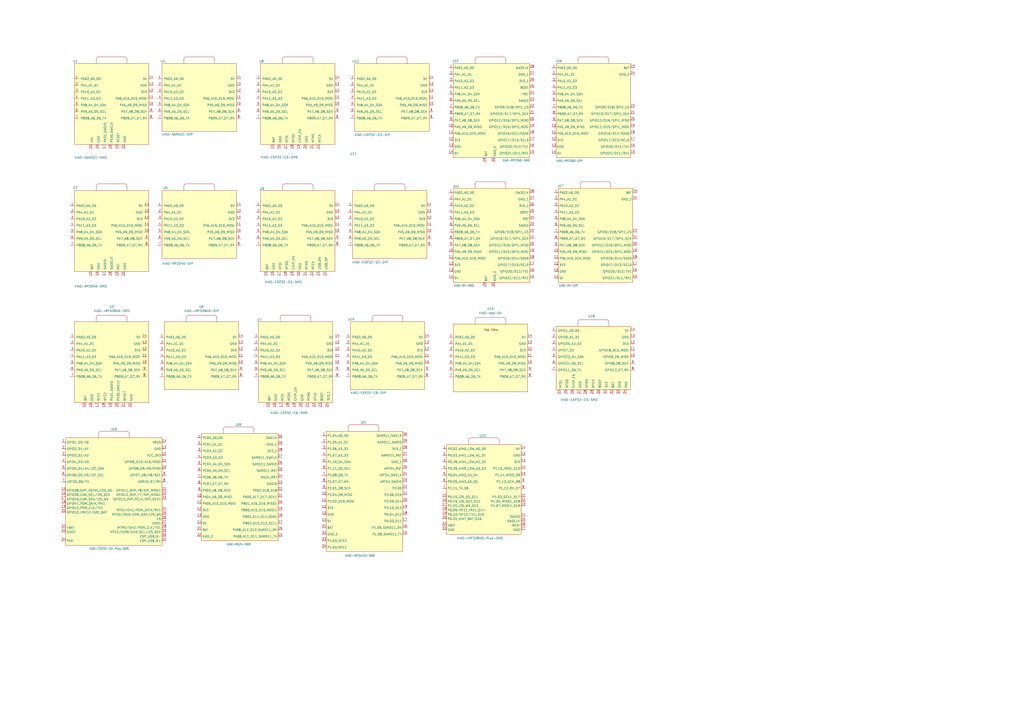
<source format=kicad_sch>
(kicad_sch (version 20250114) (generator "eeschema") (generator_version "9.0")
  (paper "A2")
  (lib_symbols
    (symbol "MCU_SEEED_XIAO_Series:XIAO-Add-on" (pin_names (offset 1.016))
      (property "Reference" "U" (at -21.336 19.05 0))
      (property "Value" "XIAO-Add-On" (at -11.176 -23.368 0))
      (symbol "XIAO-Add-on_1_0"
        (pin passive line (at -24.13 10.16 0) (length 2.54) (name "PA02_A0_D0") (number "1"))
        (pin passive line (at -24.13 6.35 0) (length 2.54) (name "PA4_A1_D1") (number "2"))
        (pin passive line (at -24.13 2.54 0) (length 2.54) (name "PA10_A2_D2") (number "3"))
        (pin passive line (at -24.13 -1.27 0) (length 2.54) (name "PA11_A3_D3") (number "4"))
        (pin passive line (at -24.13 -5.08 0) (length 2.54) (name "PA8_A4_D4_SDA") (number "5"))
        (pin passive line (at -24.13 -8.89 0) (length 2.54) (name "PA9_A5_D5_SCL") (number "6"))
        (pin passive line (at -24.13 -12.7 0) (length 2.54) (name "PB08_A6_D6_TX") (number "7"))
        (pin passive line (at 24.13 10.16 180) (length 2.54) (name "5V") (number "14"))
        (pin passive line (at 24.13 6.35 180) (length 2.54) (name "GND") (number "13"))
        (pin passive line (at 24.13 2.54 180) (length 2.54) (name "3V3") (number "12"))
        (pin passive line (at 24.13 -1.27 180) (length 2.54) (name "PA6_A10_D10_MOSI") (number "11"))
        (pin passive line (at 24.13 -5.08 180) (length 2.54) (name "PA5_A9_D9_MISO") (number "10"))
        (pin passive line (at 24.13 -8.89 180) (length 2.54) (name "PA7_A8_D8_SCK") (number "9"))
        (pin passive line (at 24.13 -12.7 180) (length 2.54) (name "PB09_A7_D7_RX") (number "8"))
      )
      (symbol "XIAO-Add-on_1_1"
        (text "Top View" (at 0.254 14.478 0) (effects (font (size 1.27 1.27))))
      )
    )
    (symbol "MCU_SEEED_XIAO_Series:XIAO-ESP32-C3-DIP" (pin_names (offset 1.016))
      (property "Reference" "U" (at -21.082 21.59 0))
      (property "Value" "XIAO-ESP32-C3-DIP" (at -11.43 -21.082 0))
      (symbol "XIAO-ESP32-C3-DIP_1_1"
        (pin passive line (at -24.13 11.43 0) (length 2.54) (name "PA02_A0_D0") (number "1"))
        (pin passive line (at -24.13 7.62 0) (length 2.54) (name "PA4_A1_D1") (number "2"))
        (pin passive line (at -24.13 3.81 0) (length 2.54) (name "PA10_A2_D2") (number "3"))
        (pin passive line (at -24.13 0 0) (length 2.54) (name "PA11_A3_D3") (number "4"))
        (pin passive line (at -24.13 -3.81 0) (length 2.54) (name "PA8_A4_D4_SDA") (number "5"))
        (pin passive line (at -24.13 -7.62 0) (length 2.54) (name "PA9_A5_D5_SCL") (number "6"))
        (pin passive line (at -24.13 -11.43 0) (length 2.54) (name "PB08_A6_D6_TX") (number "7"))
        (pin passive line (at 24.13 11.43 180) (length 2.54) (name "5V") (number "14"))
        (pin passive line (at 24.13 7.62 180) (length 2.54) (name "GND") (number "13"))
        (pin passive line (at 24.13 3.81 180) (length 2.54) (name "3V3") (number "12"))
        (pin passive line (at 24.13 0 180) (length 2.54) (name "PA6_A10_D10_MOSI") (number "11"))
        (pin passive line (at 24.13 -3.81 180) (length 2.54) (name "PA5_A9_D9_MISO") (number "10"))
        (pin passive line (at 24.13 -7.62 180) (length 2.54) (name "PA7_A8_D8_SCK") (number "9"))
        (pin passive line (at 24.13 -11.43 180) (length 2.54) (name "PB09_A7_D7_RX") (number "8"))
      )
    )
    (symbol "MCU_SEEED_XIAO_Series:XIAO-ESP32-C3-SMD" (pin_names (offset 1.016))
      (property "Reference" "U" (at -21.082 21.59 0))
      (property "Value" "XIAO-ESP32-C3-SMD" (at -10.668 -34.036 0))
      (symbol "XIAO-ESP32-C3-SMD_1_1"
        (pin passive line (at -24.13 11.43 0) (length 2.54) (name "PA02_A0_D0") (number "1"))
        (pin passive line (at -24.13 7.62 0) (length 2.54) (name "PA4_A1_D1") (number "2"))
        (pin passive line (at -24.13 3.81 0) (length 2.54) (name "PA10_A2_D2") (number "3"))
        (pin passive line (at -24.13 0 0) (length 2.54) (name "PA11_A3_D3") (number "4"))
        (pin passive line (at -24.13 -3.81 0) (length 2.54) (name "PA8_A4_D4_SDA") (number "5"))
        (pin passive line (at -24.13 -7.62 0) (length 2.54) (name "PA9_A5_D5_SCL") (number "6"))
        (pin passive line (at -24.13 -11.43 0) (length 2.54) (name "PB08_A6_D6_TX") (number "7"))
        (pin passive line (at -13.97 -29.21 90) (length 2.54) (name "BAT") (number "15"))
        (pin passive line (at -10.16 -29.21 90) (length 2.54) (name "GND") (number "16"))
        (pin passive line (at -6.35 -29.21 90) (length 2.54) (name "MTDI") (number "17"))
        (pin passive line (at -2.54 -29.21 90) (length 2.54) (name "MTDO") (number "18"))
        (pin passive line (at 1.27 -29.21 90) (length 2.54) (name "CHIP_EN") (number "19"))
        (pin passive line (at 5.08 -29.21 90) (length 2.54) (name "GND") (number "20"))
        (pin passive line (at 8.89 -29.21 90) (length 2.54) (name "MTMS") (number "21"))
        (pin passive line (at 12.7 -29.21 90) (length 2.54) (name "MTCK") (number "22"))
        (pin passive line (at 24.13 11.43 180) (length 2.54) (name "5V") (number "14"))
        (pin passive line (at 24.13 7.62 180) (length 2.54) (name "GND") (number "13"))
        (pin passive line (at 24.13 3.81 180) (length 2.54) (name "3V3") (number "12"))
        (pin passive line (at 24.13 0 180) (length 2.54) (name "PA6_A10_D10_MOSI") (number "11"))
        (pin passive line (at 24.13 -3.81 180) (length 2.54) (name "PA5_A9_D9_MISO") (number "10"))
        (pin passive line (at 24.13 -7.62 180) (length 2.54) (name "PA7_A8_D8_SCK") (number "9"))
        (pin passive line (at 24.13 -11.43 180) (length 2.54) (name "PB09_A7_D7_RX") (number "8"))
      )
    )
    (symbol "MCU_SEEED_XIAO_Series:XIAO-ESP32-C6-DIP" (pin_names (offset 1.016))
      (property "Reference" "U" (at -21.082 21.844 0))
      (property "Value" "XIAO-ESP32-C6-DIP" (at -11.176 -20.828 0))
      (symbol "XIAO-ESP32-C6-DIP_1_1"
        (pin passive line (at -24.13 11.43 0) (length 2.54) (name "PA02_A0_D0") (number "1"))
        (pin passive line (at -24.13 7.62 0) (length 2.54) (name "PA4_A1_D1") (number "2"))
        (pin passive line (at -24.13 3.81 0) (length 2.54) (name "PA10_A2_D2") (number "3"))
        (pin passive line (at -24.13 0 0) (length 2.54) (name "PA11_A3_D3") (number "4"))
        (pin passive line (at -24.13 -3.81 0) (length 2.54) (name "PA8_A4_D4_SDA") (number "5"))
        (pin passive line (at -24.13 -7.62 0) (length 2.54) (name "PA9_A5_D5_SCL") (number "6"))
        (pin passive line (at -24.13 -11.43 0) (length 2.54) (name "PB08_A6_D6_TX") (number "7"))
        (pin passive line (at 24.13 11.43 180) (length 2.54) (name "5V") (number "14"))
        (pin passive line (at 24.13 7.62 180) (length 2.54) (name "GND") (number "13"))
        (pin passive line (at 24.13 3.81 180) (length 2.54) (name "3V3") (number "12"))
        (pin passive line (at 24.13 0 180) (length 2.54) (name "PA6_A10_D10_MOSI") (number "11"))
        (pin passive line (at 24.13 -3.81 180) (length 2.54) (name "PA5_A9_D9_MISO") (number "10"))
        (pin passive line (at 24.13 -7.62 180) (length 2.54) (name "PA7_A8_D8_SCK") (number "9"))
        (pin passive line (at 24.13 -11.43 180) (length 2.54) (name "PB09_A7_D7_RX") (number "8"))
      )
    )
    (symbol "MCU_SEEED_XIAO_Series:XIAO-ESP32-C6-SMD" (pin_names (offset 1.016))
      (property "Reference" "U" (at -21.082 20.32 0))
      (property "Value" "XIAO-ESP32-C6-SMD" (at -10.668 -36.83 0))
      (symbol "XIAO-ESP32-C6-SMD_1_1"
        (pin passive line (at -24.13 10.16 0) (length 2.54) (name "PA02_A0_D0") (number "1"))
        (pin passive line (at -24.13 6.35 0) (length 2.54) (name "PA4_A1_D1") (number "2"))
        (pin passive line (at -24.13 2.54 0) (length 2.54) (name "PA10_A2_D2") (number "3"))
        (pin passive line (at -24.13 -1.27 0) (length 2.54) (name "PA11_A3_D3") (number "4"))
        (pin passive line (at -24.13 -5.08 0) (length 2.54) (name "PA8_A4_D4_SDA") (number "5"))
        (pin passive line (at -24.13 -8.89 0) (length 2.54) (name "PA9_A5_D5_SCL") (number "6"))
        (pin passive line (at -24.13 -12.7 0) (length 2.54) (name "PB08_A6_D6_TX") (number "7"))
        (pin passive line (at -15.24 -30.48 90) (length 2.54) (name "BAT") (number "15"))
        (pin passive line (at -11.43 -30.48 90) (length 2.54) (name "GND") (number "16"))
        (pin passive line (at -7.62 -30.48 90) (length 2.54) (name "MTDI") (number "17"))
        (pin passive line (at -3.81 -30.48 90) (length 2.54) (name "MTDO") (number "18"))
        (pin passive line (at 0 -30.48 90) (length 2.54) (name "CHIP_EN") (number "19"))
        (pin passive line (at 3.81 -30.48 90) (length 2.54) (name "GND") (number "20"))
        (pin passive line (at 7.62 -30.48 90) (length 2.54) (name "MTMS") (number "21"))
        (pin passive line (at 11.43 -30.48 90) (length 2.54) (name "MTCK") (number "22"))
        (pin passive line (at 15.24 -30.48 90) (length 2.54) (name "BOOT") (number "23"))
        (pin passive line (at 19.05 -30.48 90) (length 2.54) (name "3V3_1") (number "24"))
        (pin passive line (at 25.4 10.16 180) (length 2.54) (name "5V") (number "14"))
        (pin passive line (at 25.4 6.35 180) (length 2.54) (name "GND") (number "13"))
        (pin passive line (at 25.4 2.54 180) (length 2.54) (name "3V3") (number "12"))
        (pin passive line (at 25.4 -1.27 180) (length 2.54) (name "PA6_A10_D10_MOSI") (number "11"))
        (pin passive line (at 25.4 -5.08 180) (length 2.54) (name "PA5_A9_D9_MISO") (number "10"))
        (pin passive line (at 25.4 -8.89 180) (length 2.54) (name "PA7_A8_D8_SCK") (number "9"))
        (pin passive line (at 25.4 -12.7 180) (length 2.54) (name "PB09_A7_D7_RX") (number "8"))
      )
    )
    (symbol "MCU_SEEED_XIAO_Series:XIAO-ESP32-S3-DIP" (pin_names (offset 1.016))
      (property "Reference" "U" (at -21.082 21.336 0))
      (property "Value" "XIAO-ESP32-S3-DIP" (at -11.43 -21.336 0))
      (symbol "XIAO-ESP32-S3-DIP_1_1"
        (pin passive line (at -24.13 11.43 0) (length 2.54) (name "PA02_A0_D0") (number "1"))
        (pin passive line (at -24.13 7.62 0) (length 2.54) (name "PA4_A1_D1") (number "2"))
        (pin passive line (at -24.13 3.81 0) (length 2.54) (name "PA10_A2_D2") (number "3"))
        (pin passive line (at -24.13 0 0) (length 2.54) (name "PA11_A3_D3") (number "4"))
        (pin passive line (at -24.13 -3.81 0) (length 2.54) (name "PA8_A4_D4_SDA") (number "5"))
        (pin passive line (at -24.13 -7.62 0) (length 2.54) (name "PA9_A5_D5_SCL") (number "6"))
        (pin passive line (at -24.13 -11.43 0) (length 2.54) (name "PB08_A6_D6_TX") (number "7"))
        (pin passive line (at 24.13 11.43 180) (length 2.54) (name "5V") (number "14"))
        (pin passive line (at 24.13 7.62 180) (length 2.54) (name "GND") (number "13"))
        (pin passive line (at 24.13 3.81 180) (length 2.54) (name "3V3") (number "12"))
        (pin passive line (at 24.13 0 180) (length 2.54) (name "PA6_A10_D10_MOSI") (number "11"))
        (pin passive line (at 24.13 -3.81 180) (length 2.54) (name "PA5_A9_D9_MISO") (number "10"))
        (pin passive line (at 24.13 -7.62 180) (length 2.54) (name "PA7_A8_D8_SCK") (number "9"))
        (pin passive line (at 24.13 -11.43 180) (length 2.54) (name "PB09_A7_D7_RX") (number "8"))
      )
    )
    (symbol "MCU_SEEED_XIAO_Series:XIAO-ESP32-S3-SMD" (pin_names (offset 1.016))
      (property "Reference" "U" (at -20.828 21.336 0))
      (property "Value" "XIAO-ESP32-S3-SMD" (at -10.922 -34.036 0))
      (symbol "XIAO-ESP32-S3-SMD_1_1"
        (pin passive line (at -24.13 11.43 0) (length 2.54) (name "PA02_A0_D0") (number "1"))
        (pin passive line (at -24.13 7.62 0) (length 2.54) (name "PA4_A1_D1") (number "2"))
        (pin passive line (at -24.13 3.81 0) (length 2.54) (name "PA10_A2_D2") (number "3"))
        (pin passive line (at -24.13 0 0) (length 2.54) (name "PA11_A3_D3") (number "4"))
        (pin passive line (at -24.13 -3.81 0) (length 2.54) (name "PA8_A4_D4_SDA") (number "5"))
        (pin passive line (at -24.13 -7.62 0) (length 2.54) (name "PA9_A5_D5_SCL") (number "6"))
        (pin passive line (at -24.13 -11.43 0) (length 2.54) (name "PB08_A6_D6_TX") (number "7"))
        (pin passive line (at -17.78 -29.21 90) (length 2.54) (name "BAT") (number "15"))
        (pin passive line (at -13.97 -29.21 90) (length 2.54) (name "GND") (number "16"))
        (pin passive line (at -10.16 -29.21 90) (length 2.54) (name "MTDI") (number "17"))
        (pin passive line (at -6.35 -29.21 90) (length 2.54) (name "MTDO") (number "18"))
        (pin passive line (at -2.54 -29.21 90) (length 2.54) (name "CHIP_EN") (number "19"))
        (pin passive line (at 1.27 -29.21 90) (length 2.54) (name "GND") (number "20"))
        (pin passive line (at 5.08 -29.21 90) (length 2.54) (name "MTMS") (number "21"))
        (pin passive line (at 8.89 -29.21 90) (length 2.54) (name "MTCK") (number "22"))
        (pin passive line (at 12.7 -29.21 90) (length 2.54) (name "USB_DN") (number "23"))
        (pin passive line (at 16.51 -29.21 90) (length 2.54) (name "USB_DP") (number "24"))
        (pin passive line (at 24.13 11.43 180) (length 2.54) (name "5V") (number "14"))
        (pin passive line (at 24.13 7.62 180) (length 2.54) (name "GND") (number "13"))
        (pin passive line (at 24.13 3.81 180) (length 2.54) (name "3V3") (number "12"))
        (pin passive line (at 24.13 0 180) (length 2.54) (name "PA6_A10_D10_MOSI") (number "11"))
        (pin passive line (at 24.13 -3.81 180) (length 2.54) (name "PA5_A9_D9_MISO") (number "10"))
        (pin passive line (at 24.13 -7.62 180) (length 2.54) (name "PA7_A8_D8_SCK") (number "9"))
        (pin passive line (at 24.13 -11.43 180) (length 2.54) (name "PB09_A7_D7_RX") (number "8"))
      )
    )
    (symbol "MCU_SEEED_XIAO_Series:XIAO-R4-DIP"
      (property "Reference" "U" (at -21.844 26.162 0))
      (property "Value" "XIAO-R4-DIP" (at -21.336 -31.75 0))
      (symbol "XIAO-R4-DIP_1_0"
        (pin passive line (at -24.13 22.86 0) (length 2.54) (name "PA02_A0_D0") (number "1"))
        (pin passive line (at -24.13 19.05 0) (length 2.54) (name "PA4_A1_D1") (number "2"))
        (pin passive line (at -24.13 15.24 0) (length 2.54) (name "PA10_A2_D2") (number "3"))
        (pin passive line (at -24.13 11.43 0) (length 2.54) (name "PA11_A3_D3") (number "4"))
        (pin passive line (at -24.13 7.62 0) (length 2.54) (name "PA8_A4_D4_SDA") (number "5"))
        (pin passive line (at -24.13 3.81 0) (length 2.54) (name "PA9_A5_D5_SCL") (number "6"))
        (pin passive line (at -24.13 0 0) (length 2.54) (name "PB08_A6_D6_TX") (number "7"))
        (pin passive line (at -24.13 -3.81 0) (length 2.54) (name "PB09_A7_D7_RX") (number "8"))
        (pin passive line (at -24.13 -7.62 0) (length 2.54) (name "PA7_A8_D8_SCK") (number "9"))
        (pin passive line (at -24.13 -11.43 0) (length 2.54) (name "PA5_A9_D9_MISO") (number "10"))
        (pin passive line (at -24.13 -15.24 0) (length 2.54) (name "PA6_A10_D10_MOSI") (number "11"))
        (pin passive line (at -24.13 -19.05 0) (length 2.54) (name "3V3") (number "12"))
        (pin passive line (at -24.13 -22.86 0) (length 2.54) (name "GND") (number "13"))
        (pin passive line (at -24.13 -26.67 0) (length 2.54) (name "5V") (number "14"))
      )
      (symbol "XIAO-R4-DIP_1_1"
        (pin passive line (at 24.13 22.86 180) (length 2.54) (name "BAT") (number "23"))
        (pin passive line (at 24.13 19.05 180) (length 2.54) (name "GND_2") (number "24"))
        (pin passive line (at 24.13 0 180) (length 2.54) (name "GPIO9/D18/SPI1_CS") (number "22"))
        (pin passive line (at 24.13 -3.81 180) (length 2.54) (name "GPIO10/D17/SPI1_SCK") (number "21"))
        (pin passive line (at 24.13 -7.62 180) (length 2.54) (name "GPIO12/D16/SPI1_MISO") (number "20"))
        (pin passive line (at 24.13 -11.43 180) (length 2.54) (name "GPIO11/D15/SPI1_MOSI") (number "19"))
        (pin passive line (at 24.13 -15.24 180) (length 2.54) (name "GPIO16/D14/SDA0") (number "18"))
        (pin passive line (at 24.13 -19.05 180) (length 2.54) (name "GPIO17/D13/SCL0") (number "17"))
        (pin passive line (at 24.13 -22.86 180) (length 2.54) (name "GPIO20/D12/TX1") (number "16"))
        (pin passive line (at 24.13 -26.67 180) (length 2.54) (name "GPIO21/D11/RX1") (number "15"))
      )
    )
    (symbol "MCU_SEEED_XIAO_Series:XIAO-R4-SMD"
      (property "Reference" "U" (at -21.59 25.908 0))
      (property "Value" "XIAO-R4-SMD" (at -21.336 -38.354 0))
      (symbol "XIAO-R4-SMD_1_0"
        (pin passive line (at -24.13 22.86 0) (length 2.54) (name "PA02_A0_D0") (number "1"))
        (pin passive line (at -24.13 19.05 0) (length 2.54) (name "PA4_A1_D1") (number "2"))
        (pin passive line (at -24.13 15.24 0) (length 2.54) (name "PA10_A2_D2") (number "3"))
        (pin passive line (at -24.13 11.43 0) (length 2.54) (name "PA11_A3_D3") (number "4"))
        (pin passive line (at -24.13 7.62 0) (length 2.54) (name "PA8_A4_D4_SDA") (number "5"))
        (pin passive line (at -24.13 3.81 0) (length 2.54) (name "PA9_A5_D5_SCL") (number "6"))
        (pin passive line (at -24.13 0 0) (length 2.54) (name "PB08_A6_D6_TX") (number "7"))
        (pin passive line (at -24.13 -3.81 0) (length 2.54) (name "PB09_A7_D7_RX") (number "8"))
        (pin passive line (at -24.13 -7.62 0) (length 2.54) (name "PA7_A8_D8_SCK") (number "9"))
        (pin passive line (at -24.13 -11.43 0) (length 2.54) (name "PA5_A9_D9_MISO") (number "10"))
        (pin passive line (at -24.13 -15.24 0) (length 2.54) (name "PA6_A10_D10_MOSI") (number "11"))
        (pin passive line (at -24.13 -19.05 0) (length 2.54) (name "3V3") (number "12"))
        (pin passive line (at -24.13 -22.86 0) (length 2.54) (name "GND") (number "13"))
        (pin passive line (at -24.13 -26.67 0) (length 2.54) (name "5V") (number "14"))
      )
      (symbol "XIAO-R4-SMD_1_1"
        (pin passive line (at -2.54 -31.75 90) (length 2.54) (name "BAT") (number "29"))
        (pin passive line (at 2.54 -31.75 90) (length 2.54) (name "GND_2") (number "30"))
        (pin passive line (at 25.4 22.86 180) (length 2.54) (name "SWDCLK") (number "28"))
        (pin passive line (at 25.4 19.05 180) (length 2.54) (name "GND_1") (number "27"))
        (pin passive line (at 25.4 15.24 180) (length 2.54) (name "3V3_1") (number "26"))
        (pin passive line (at 25.4 11.43 180) (length 2.54) (name "BOOT") (number "25"))
        (pin passive line (at 25.4 7.62 180) (length 2.54) (name "RST") (number "24"))
        (pin passive line (at 25.4 3.81 180) (length 2.54) (name "SWDIO") (number "23"))
        (pin passive line (at 25.4 0 180) (length 2.54) (name "GPIO9/D18/SPI1_CS") (number "22"))
        (pin passive line (at 25.4 -3.81 180) (length 2.54) (name "GPIO10/D17/SPI1_SCK") (number "21"))
        (pin passive line (at 25.4 -7.62 180) (length 2.54) (name "GPIO12/D16/SPI1_MISO") (number "20"))
        (pin passive line (at 25.4 -11.43 180) (length 2.54) (name "GPIO11/D15/SPI1_MOSI") (number "19"))
        (pin passive line (at 25.4 -15.24 180) (length 2.54) (name "GPIO16/D14/SDA0") (number "18"))
        (pin passive line (at 25.4 -19.05 180) (length 2.54) (name "GPIO17/D13/SCL0") (number "17"))
        (pin passive line (at 25.4 -22.86 180) (length 2.54) (name "GPIO20/D12/TX1") (number "16"))
        (pin passive line (at 25.4 -26.67 180) (length 2.54) (name "GPIO21/D11/RX1") (number "15"))
      )
    )
    (symbol "MCU_SEEED_XIAO_Series:XIAO-RP2040-DIP" (pin_names (offset 1.016))
      (property "Reference" "U" (at -20.828 21.336 0))
      (property "Value" "XIAO-RP2040-DIP" (at -12.7 -21.082 0))
      (symbol "XIAO-RP2040-DIP_1_1"
        (pin passive line (at -24.13 11.43 0) (length 2.54) (name "PA02_A0_D0") (number "1"))
        (pin passive line (at -24.13 7.62 0) (length 2.54) (name "PA4_A1_D1") (number "2"))
        (pin passive line (at -24.13 3.81 0) (length 2.54) (name "PA10_A2_D2") (number "3"))
        (pin passive line (at -24.13 0 0) (length 2.54) (name "PA11_A3_D3") (number "4"))
        (pin passive line (at -24.13 -3.81 0) (length 2.54) (name "PA8_A4_D4_SDA") (number "5"))
        (pin passive line (at -24.13 -7.62 0) (length 2.54) (name "PA9_A5_D5_SCL") (number "6"))
        (pin passive line (at -24.13 -11.43 0) (length 2.54) (name "PB08_A6_D6_TX") (number "7"))
        (pin passive line (at 24.13 11.43 180) (length 2.54) (name "5V") (number "14"))
        (pin passive line (at 24.13 7.62 180) (length 2.54) (name "GND") (number "13"))
        (pin passive line (at 24.13 3.81 180) (length 2.54) (name "3V3") (number "12"))
        (pin passive line (at 24.13 0 180) (length 2.54) (name "PA6_A10_D10_MOSI") (number "11"))
        (pin passive line (at 24.13 -3.81 180) (length 2.54) (name "PA5_A9_D9_MISO") (number "10"))
        (pin passive line (at 24.13 -7.62 180) (length 2.54) (name "PA7_A8_D8_SCK") (number "9"))
        (pin passive line (at 24.13 -11.43 180) (length 2.54) (name "PB09_A7_D7_RX") (number "8"))
      )
    )
    (symbol "MCU_SEEED_XIAO_Series:XIAO-RP2040-SMD" (pin_names (offset 1.016))
      (property "Reference" "U" (at -21.082 22.098 0))
      (property "Value" "XIAO-RP2040-SMD" (at -12.192 -35.306 0))
      (symbol "XIAO-RP2040-SMD_1_1"
        (pin passive line (at -24.13 11.43 0) (length 2.54) (name "PA02_A0_D0") (number "1"))
        (pin passive line (at -24.13 7.62 0) (length 2.54) (name "PA4_A1_D1") (number "2"))
        (pin passive line (at -24.13 3.81 0) (length 2.54) (name "PA10_A2_D2") (number "3"))
        (pin passive line (at -24.13 0 0) (length 2.54) (name "PA11_A3_D3") (number "4"))
        (pin passive line (at -24.13 -3.81 0) (length 2.54) (name "PA8_A4_D4_SDA") (number "5"))
        (pin passive line (at -24.13 -7.62 0) (length 2.54) (name "PA9_A5_D5_SCL") (number "6"))
        (pin passive line (at -24.13 -11.43 0) (length 2.54) (name "PB08_A6_D6_TX") (number "7"))
        (pin passive line (at -11.43 -29.21 90) (length 2.54) (name "BAT") (number "15"))
        (pin passive line (at -7.62 -29.21 90) (length 2.54) (name "GND") (number "16"))
        (pin passive line (at -3.81 -29.21 90) (length 2.54) (name "SWDIO") (number "17"))
        (pin passive line (at 0 -29.21 90) (length 2.54) (name "SWDCLK") (number "18"))
        (pin passive line (at 3.81 -29.21 90) (length 2.54) (name "RST") (number "19"))
        (pin passive line (at 7.62 -29.21 90) (length 2.54) (name "GND") (number "20"))
        (pin passive line (at 21.59 11.43 180) (length 2.54) (name "5V") (number "14"))
        (pin passive line (at 21.59 7.62 180) (length 2.54) (name "GND") (number "13"))
        (pin passive line (at 21.59 3.81 180) (length 2.54) (name "3V3") (number "12"))
        (pin passive line (at 21.59 0 180) (length 2.54) (name "PA6_A10_D10_MOSI") (number "11"))
        (pin passive line (at 21.59 -3.81 180) (length 2.54) (name "PA5_A9_D9_MISO") (number "10"))
        (pin passive line (at 21.59 -7.62 180) (length 2.54) (name "PA7_A8_D8_SCK") (number "9"))
        (pin passive line (at 21.59 -11.43 180) (length 2.54) (name "PB09_A7_D7_RX") (number "8"))
      )
    )
    (symbol "MCU_SEEED_XIAO_Series:XIAO-RP2350-DIP"
      (property "Reference" "U" (at -21.59 26.162 0))
      (property "Value" "XIAO-RP2350-DIP" (at -21.59 -31.75 0))
      (symbol "XIAO-RP2350-DIP_1_0"
        (pin passive line (at -24.13 22.86 0) (length 2.54) (name "PA02_A0_D0") (number "1"))
        (pin passive line (at -24.13 19.05 0) (length 2.54) (name "PA4_A1_D1") (number "2"))
        (pin passive line (at -24.13 15.24 0) (length 2.54) (name "PA10_A2_D2") (number "3"))
        (pin passive line (at -24.13 11.43 0) (length 2.54) (name "PA11_A3_D3") (number "4"))
        (pin passive line (at -24.13 7.62 0) (length 2.54) (name "PA8_A4_D4_SDA") (number "5"))
        (pin passive line (at -24.13 3.81 0) (length 2.54) (name "PA9_A5_D5_SCL") (number "6"))
        (pin passive line (at -24.13 0 0) (length 2.54) (name "PB08_A6_D6_TX") (number "7"))
        (pin passive line (at -24.13 -3.81 0) (length 2.54) (name "PB09_A7_D7_RX") (number "8"))
        (pin passive line (at -24.13 -7.62 0) (length 2.54) (name "PA7_A8_D8_SCK") (number "9"))
        (pin passive line (at -24.13 -11.43 0) (length 2.54) (name "PA5_A9_D9_MISO") (number "10"))
        (pin passive line (at -24.13 -15.24 0) (length 2.54) (name "PA6_A10_D10_MOSI") (number "11"))
        (pin passive line (at -24.13 -19.05 0) (length 2.54) (name "3V3") (number "12"))
        (pin passive line (at -24.13 -22.86 0) (length 2.54) (name "GND") (number "13"))
        (pin passive line (at -24.13 -26.67 0) (length 2.54) (name "5V") (number "14"))
      )
      (symbol "XIAO-RP2350-DIP_1_1"
        (pin passive line (at 24.13 22.86 180) (length 2.54) (name "BAT") (number "23"))
        (pin passive line (at 24.13 19.05 180) (length 2.54) (name "GND_2") (number "24"))
        (pin passive line (at 24.13 0 180) (length 2.54) (name "GPIO9/D18/SPI1_CS") (number "22"))
        (pin passive line (at 24.13 -3.81 180) (length 2.54) (name "GPIO10/D17/SPI1_SCK") (number "21"))
        (pin passive line (at 24.13 -7.62 180) (length 2.54) (name "GPIO12/D16/SPI1_MISO") (number "20"))
        (pin passive line (at 24.13 -11.43 180) (length 2.54) (name "GPIO11/D15/SPI1_MOSI") (number "19"))
        (pin passive line (at 24.13 -15.24 180) (length 2.54) (name "GPIO16/D14/SDA0") (number "18"))
        (pin passive line (at 24.13 -19.05 180) (length 2.54) (name "GPIO17/D13/SCL0") (number "17"))
        (pin passive line (at 24.13 -22.86 180) (length 2.54) (name "GPIO20/D12/TX1") (number "16"))
        (pin passive line (at 24.13 -26.67 180) (length 2.54) (name "GPIO21/D11/RX1") (number "15"))
      )
    )
    (symbol "MCU_SEEED_XIAO_Series:XIAO-RP2350-SMD"
      (property "Reference" "U" (at -21.844 26.162 0))
      (property "Value" "XIAO-RP2350-SMD" (at 6.858 -31.496 0))
      (symbol "XIAO-RP2350-SMD_1_0"
        (pin passive line (at -24.13 22.86 0) (length 2.54) (name "PA02_A0_D0") (number "1"))
        (pin passive line (at -24.13 19.05 0) (length 2.54) (name "PA4_A1_D1") (number "2"))
        (pin passive line (at -24.13 15.24 0) (length 2.54) (name "PA10_A2_D2") (number "3"))
        (pin passive line (at -24.13 11.43 0) (length 2.54) (name "PA11_A3_D3") (number "4"))
        (pin passive line (at -24.13 7.62 0) (length 2.54) (name "PA8_A4_D4_SDA") (number "5"))
        (pin passive line (at -24.13 3.81 0) (length 2.54) (name "PA9_A5_D5_SCL") (number "6"))
        (pin passive line (at -24.13 0 0) (length 2.54) (name "PB08_A6_D6_TX") (number "7"))
        (pin passive line (at -24.13 -3.81 0) (length 2.54) (name "PB09_A7_D7_RX") (number "8"))
        (pin passive line (at -24.13 -7.62 0) (length 2.54) (name "PA7_A8_D8_SCK") (number "9"))
        (pin passive line (at -24.13 -11.43 0) (length 2.54) (name "PA5_A9_D9_MISO") (number "10"))
        (pin passive line (at -24.13 -15.24 0) (length 2.54) (name "PA6_A10_D10_MOSI") (number "11"))
        (pin passive line (at -24.13 -19.05 0) (length 2.54) (name "3V3") (number "12"))
        (pin passive line (at -24.13 -22.86 0) (length 2.54) (name "GND") (number "13"))
        (pin passive line (at -24.13 -26.67 0) (length 2.54) (name "5V") (number "14"))
      )
      (symbol "XIAO-RP2350-SMD_1_1"
        (pin passive line (at -2.54 -31.75 90) (length 2.54) (name "BAT") (number "29"))
        (pin passive line (at 2.54 -31.75 90) (length 2.54) (name "GND_2") (number "30"))
        (pin passive line (at 25.4 22.86 180) (length 2.54) (name "SWDCLK") (number "28"))
        (pin passive line (at 25.4 19.05 180) (length 2.54) (name "GND_1") (number "27"))
        (pin passive line (at 25.4 15.24 180) (length 2.54) (name "3V3_1") (number "26"))
        (pin passive line (at 25.4 11.43 180) (length 2.54) (name "BOOT") (number "25"))
        (pin passive line (at 25.4 7.62 180) (length 2.54) (name "RST") (number "24"))
        (pin passive line (at 25.4 3.81 180) (length 2.54) (name "SWDIO") (number "23"))
        (pin passive line (at 25.4 0 180) (length 2.54) (name "GPIO9/D18/SPI1_CS") (number "22"))
        (pin passive line (at 25.4 -3.81 180) (length 2.54) (name "GPIO10/D17/SPI1_SCK") (number "21"))
        (pin passive line (at 25.4 -7.62 180) (length 2.54) (name "GPIO12/D16/SPI1_MISO") (number "20"))
        (pin passive line (at 25.4 -11.43 180) (length 2.54) (name "GPIO11/D15/SPI1_MOSI") (number "19"))
        (pin passive line (at 25.4 -15.24 180) (length 2.54) (name "GPIO16/D14/SDA0") (number "18"))
        (pin passive line (at 25.4 -19.05 180) (length 2.54) (name "GPIO17/D13/SCL0") (number "17"))
        (pin passive line (at 25.4 -22.86 180) (length 2.54) (name "GPIO20/D12/TX1") (number "16"))
        (pin passive line (at 25.4 -26.67 180) (length 2.54) (name "GPIO21/D11/RX1") (number "15"))
      )
    )
    (symbol "MCU_SEEED_XIAO_Series:XIAO-SAMD21-DIP" (pin_names (offset 1.016))
      (property "Reference" "U" (at -21.082 21.59 0))
      (property "Value" "XIAO-SAMD21-DIP" (at -12.7 -20.828 0))
      (symbol "XIAO-SAMD21-DIP_1_1"
        (pin passive line (at -24.13 11.43 0) (length 2.54) (name "PA02_A0_D0") (number "1"))
        (pin passive line (at -24.13 7.62 0) (length 2.54) (name "PA4_A1_D1") (number "2"))
        (pin passive line (at -24.13 3.81 0) (length 2.54) (name "PA10_A2_D2") (number "3"))
        (pin passive line (at -24.13 0 0) (length 2.54) (name "PA11_A3_D3") (number "4"))
        (pin passive line (at -24.13 -3.81 0) (length 2.54) (name "PA8_A4_D4_SDA") (number "5"))
        (pin passive line (at -24.13 -7.62 0) (length 2.54) (name "PA9_A5_D5_SCL") (number "6"))
        (pin passive line (at -24.13 -11.43 0) (length 2.54) (name "PB08_A6_D6_TX") (number "7"))
        (pin passive line (at 24.13 11.43 180) (length 2.54) (name "5V") (number "14"))
        (pin passive line (at 24.13 7.62 180) (length 2.54) (name "GND") (number "13"))
        (pin passive line (at 24.13 3.81 180) (length 2.54) (name "3V3") (number "12"))
        (pin passive line (at 24.13 0 180) (length 2.54) (name "PA6_A10_D10_MOSI") (number "11"))
        (pin passive line (at 24.13 -3.81 180) (length 2.54) (name "PA5_A9_D9_MISO") (number "10"))
        (pin passive line (at 24.13 -7.62 180) (length 2.54) (name "PA7_A8_D8_SCK") (number "9"))
        (pin passive line (at 24.13 -11.43 180) (length 2.54) (name "PB09_A7_D7_RX") (number "8"))
      )
    )
    (symbol "MCU_SEEED_XIAO_Series:XIAO-SAMD21-SMD" (pin_names (offset 1.016))
      (property "Reference" "U" (at -21.082 21.59 0))
      (property "Value" "XIAO-SAMD21-SMD" (at -12.192 -34.29 0))
      (symbol "XIAO-SAMD21-SMD_1_1"
        (pin passive line (at -21.59 11.43 0) (length 2.54) (name "PA02_A0_D0") (number "1"))
        (pin passive line (at -21.59 7.62 0) (length 2.54) (name "PA4_A1_D1") (number "2"))
        (pin passive line (at -21.59 3.81 0) (length 2.54) (name "PA10_A2_D2") (number "3"))
        (pin passive line (at -21.59 0 0) (length 2.54) (name "PA11_A3_D3") (number "4"))
        (pin passive line (at -21.59 -3.81 0) (length 2.54) (name "PA8_A4_D4_SDA") (number "5"))
        (pin passive line (at -21.59 -7.62 0) (length 2.54) (name "PA9_A5_D5_SCL") (number "6"))
        (pin passive line (at -21.59 -11.43 0) (length 2.54) (name "PB08_A6_D6_TX") (number "7"))
        (pin passive line (at -11.43 -29.21 90) (length 2.54) (name "VIN") (number "15"))
        (pin passive line (at -7.62 -29.21 90) (length 2.54) (name "GND") (number "16"))
        (pin passive line (at -3.81 -29.21 90) (length 2.54) (name "PA31_SWDIO") (number "17"))
        (pin passive line (at 0 -29.21 90) (length 2.54) (name "PA30_SWCLK") (number "18"))
        (pin passive line (at 3.81 -29.21 90) (length 2.54) (name "RESET") (number "19"))
        (pin passive line (at 7.62 -29.21 90) (length 2.54) (name "GND") (number "20"))
        (pin passive line (at 24.13 11.43 180) (length 2.54) (name "5V") (number "14"))
        (pin passive line (at 24.13 7.62 180) (length 2.54) (name "GND") (number "13"))
        (pin passive line (at 24.13 3.81 180) (length 2.54) (name "3V3") (number "12"))
        (pin passive line (at 24.13 0 180) (length 2.54) (name "PA6_A10_D10_MOSI") (number "11"))
        (pin passive line (at 24.13 -3.81 180) (length 2.54) (name "PA5_A9_D9_MISO") (number "10"))
        (pin passive line (at 24.13 -7.62 180) (length 2.54) (name "PA7_A8_D8_SCK") (number "9"))
        (pin passive line (at 24.13 -11.43 180) (length 2.54) (name "PB09_A7_D7_RX") (number "8"))
      )
    )
    (symbol "MCU_SEEED_XIAO_Series:XIAO-nRF52840-DIP" (pin_names (offset 1.016))
      (property "Reference" "U" (at -21.082 21.336 0))
      (property "Value" "XIAO-nRF52840-DIP" (at -11.684 -21.082 0))
      (symbol "XIAO-nRF52840-DIP_1_1"
        (pin passive line (at -24.13 11.43 0) (length 2.54) (name "PA02_A0_D0") (number "1"))
        (pin passive line (at -24.13 7.62 0) (length 2.54) (name "PA4_A1_D1") (number "2"))
        (pin passive line (at -24.13 3.81 0) (length 2.54) (name "PA10_A2_D2") (number "3"))
        (pin passive line (at -24.13 0 0) (length 2.54) (name "PA11_A3_D3") (number "4"))
        (pin passive line (at -24.13 -3.81 0) (length 2.54) (name "PA8_A4_D4_SDA") (number "5"))
        (pin passive line (at -24.13 -7.62 0) (length 2.54) (name "PA9_A5_D5_SCL") (number "6"))
        (pin passive line (at -24.13 -11.43 0) (length 2.54) (name "PB08_A6_D6_TX") (number "7"))
        (pin passive line (at 24.13 11.43 180) (length 2.54) (name "5V") (number "14"))
        (pin passive line (at 24.13 7.62 180) (length 2.54) (name "GND") (number "13"))
        (pin passive line (at 24.13 3.81 180) (length 2.54) (name "3V3") (number "12"))
        (pin passive line (at 24.13 0 180) (length 2.54) (name "PA6_A10_D10_MOSI") (number "11"))
        (pin passive line (at 24.13 -3.81 180) (length 2.54) (name "PA5_A9_D9_MISO") (number "10"))
        (pin passive line (at 24.13 -7.62 180) (length 2.54) (name "PA7_A8_D8_SCK") (number "9"))
        (pin passive line (at 24.13 -11.43 180) (length 2.54) (name "PB09_A7_D7_RX") (number "8"))
      )
    )
    (symbol "MCU_SEEED_XIAO_Series:XIAO-nRF52840-SMD" (pin_names (offset 1.016))
      (property "Reference" "U" (at -22.098 21.336 0))
      (property "Value" "XIAO-nRF52840-SMD" (at -11.176 -35.052 0))
      (symbol "XIAO-nRF52840-SMD_1_1"
        (pin passive line (at -24.13 11.43 0) (length 2.54) (name "PA02_A0_D0") (number "1"))
        (pin passive line (at -24.13 7.62 0) (length 2.54) (name "PA4_A1_D1") (number "2"))
        (pin passive line (at -24.13 3.81 0) (length 2.54) (name "PA10_A2_D2") (number "3"))
        (pin passive line (at -24.13 0 0) (length 2.54) (name "PA11_A3_D3") (number "4"))
        (pin passive line (at -24.13 -3.81 0) (length 2.54) (name "PA8_A4_D4_SDA") (number "5"))
        (pin passive line (at -24.13 -7.62 0) (length 2.54) (name "PA9_A5_D5_SCL") (number "6"))
        (pin passive line (at -24.13 -11.43 0) (length 2.54) (name "PB08_A6_D6_TX") (number "7"))
        (pin passive line (at -15.24 -29.21 90) (length 2.54) (name "BAT") (number "15"))
        (pin passive line (at -11.43 -29.21 90) (length 2.54) (name "GND") (number "16"))
        (pin passive line (at -7.62 -29.21 90) (length 2.54) (name "NFC1") (number "17"))
        (pin passive line (at -3.81 -29.21 90) (length 2.54) (name "NFC2") (number "18"))
        (pin passive line (at 0 -29.21 90) (length 2.54) (name "PA31_SWDIO") (number "19"))
        (pin passive line (at 3.81 -29.21 90) (length 2.54) (name "PA30_SWCLK") (number "20"))
        (pin passive line (at 7.62 -29.21 90) (length 2.54) (name "RESET") (number "21"))
        (pin passive line (at 11.43 -29.21 90) (length 2.54) (name "GND") (number "22"))
        (pin passive line (at 20.32 11.43 180) (length 2.54) (name "5V") (number "14"))
        (pin passive line (at 20.32 7.62 180) (length 2.54) (name "GND") (number "13"))
        (pin passive line (at 20.32 3.81 180) (length 2.54) (name "3V3") (number "12"))
        (pin passive line (at 20.32 0 180) (length 2.54) (name "PA6_A10_D10_MOSI") (number "11"))
        (pin passive line (at 20.32 -3.81 180) (length 2.54) (name "PA5_A9_D9_MISO") (number "10"))
        (pin passive line (at 20.32 -7.62 180) (length 2.54) (name "PA7_A8_D8_SCK") (number "9"))
        (pin passive line (at 20.32 -11.43 180) (length 2.54) (name "PB09_A7_D7_RX") (number "8"))
      )
    )
    (symbol "Seeed_Studio_XIAO_Series:XIAO-ESP32-C5-SMD" (pin_names (offset 1.016))
      (property "Reference" "U18" (at -0.508 18.542 0))
      (property "Value" "XIAO-ESP32-C5-SMD" (at -16.51 -29.972 0))
      (symbol "XIAO-ESP32-C5-SMD_1_1"
        (pin passive line (at -21.59 10.16 0) (length 2.54) (name "GPIO1_A0_D0") (number "1"))
        (pin passive line (at -21.59 6.35 0) (length 2.54) (name "GPIO0_A1_D1") (number "2"))
        (pin passive line (at -21.59 2.54 0) (length 2.54) (name "GPIO25_A2_D2") (number "3"))
        (pin passive line (at -21.59 -1.27 0) (length 2.54) (name "GPIO7_D3") (number "4"))
        (pin passive line (at -21.59 -5.08 0) (length 2.54) (name "GPIO23_D4_SDA") (number "5"))
        (pin passive line (at -21.59 -8.89 0) (length 2.54) (name "GPIO24_D5_SCL") (number "6"))
        (pin passive line (at -21.59 -12.7 0) (length 2.54) (name "GPIO11_D6_TX") (number "7"))
        (pin passive line (at -16.51 -26.67 90) (length 2.54) (name "MTDI") (number "24"))
        (pin passive line (at -12.7 -26.67 90) (length 2.54) (name "MTDO") (number "25"))
        (pin passive line (at -8.89 -26.67 90) (length 2.54) (name "CHIP_EN") (number "26"))
        (pin passive line (at -5.08 -26.67 90) (length 2.54) (name "GND") (number "27"))
        (pin passive line (at -1.27 -26.67 90) (length 2.54) (name "MTMS") (number "28"))
        (pin passive line (at 2.54 -26.67 90) (length 2.54) (name "MTCK") (number "29"))
        (pin passive line (at 6.35 -26.67 90) (length 2.54) (name "BOOT") (number "30"))
        (pin passive line (at 10.16 -26.67 90) (length 2.54) (name "3V3") (number "31"))
        (pin passive line (at 13.97 -26.67 90) (length 2.54) (name "BAT") (number "32"))
        (pin passive line (at 17.78 -26.67 90) (length 2.54) (name "GND") (number "33"))
        (pin passive line (at 21.59 -26.67 90) (length 2.54) (name "PAD") (number "34"))
        (pin passive line (at 26.67 10.16 180) (length 2.54) (name "5V") (number "14"))
        (pin passive line (at 26.67 6.35 180) (length 2.54) (name "GND") (number "13"))
        (pin passive line (at 26.67 2.54 180) (length 2.54) (name "3V3") (number "12"))
        (pin passive line (at 26.67 -1.27 180) (length 2.54) (name "GPIO18_D10_MOSI") (number "11"))
        (pin passive line (at 26.67 -5.08 180) (length 2.54) (name "GPIO9_D9_MISO") (number "10"))
        (pin passive line (at 26.67 -8.89 180) (length 2.54) (name "GPIO8_D8_SCK") (number "9"))
        (pin passive line (at 26.67 -12.7 180) (length 2.54) (name "GPIO12_D7_RX") (number "8"))
      )
    )
    (symbol "Seeed_Studio_XIAO_Series:XIAO-ESP32-S3 Plus-SMD_33P"
      (property "Reference" "U19" (at 6.35 19.05 0))
      (property "Value" "XIAO-ESP32-S3-Plus-SMD" (at 6.35 16.51 0))
      (symbol "XIAO-ESP32-S3 Plus-SMD_33P_1_0"
        (pin passive line (at -24.13 11.43 0) (length 2.54) (name "GPIO1_D0/A0") (number "1"))
        (pin passive line (at -24.13 7.62 0) (length 2.54) (name "GPIO2_D1/A1") (number "2"))
        (pin passive line (at -24.13 3.81 0) (length 2.54) (name "GPIO3_D2/A2") (number "3"))
        (pin passive line (at -24.13 0 0) (length 2.54) (name "GPIO4_D3/A3") (number "4"))
        (pin passive line (at -24.13 -3.81 0) (length 2.54) (name "GPIO5_D4/A4/I2C_SDA") (number "5"))
        (pin passive line (at -24.13 -7.62 0) (length 2.54) (name "GPIO6_D5/A5/I2C_SCL") (number "6"))
        (pin passive line (at -24.13 -11.43 0) (length 2.54) (name "U0TXD_D6/TX") (number "7"))
        (pin passive line (at 36.83 11.43 180) (length 2.54) (name "VBUS") (number "14"))
        (pin passive line (at 36.83 7.62 180) (length 2.54) (name "GND") (number "13"))
        (pin passive line (at 36.83 3.81 180) (length 2.54) (name "VCC_3V3") (number "12"))
        (pin passive line (at 36.83 0 180) (length 2.54) (name "GPIO9_D10/A10/MOSI") (number "11"))
        (pin passive line (at 36.83 -3.81 180) (length 2.54) (name "GPIO8_D9/A9/MISO") (number "10"))
        (pin passive line (at 36.83 -7.62 180) (length 2.54) (name "GPIO7_D8/A8/SCK") (number "9"))
        (pin passive line (at 36.83 -11.43 180) (length 2.54) (name "U0RXD_D7/RX") (number "8"))
      )
      (symbol "XIAO-ESP32-S3 Plus-SMD_33P_1_1"
        (pin passive line (at -24.13 -16.51 0) (length 2.54) (name "GPIO38_DVP_VSYNC/I2S_SD") (number "15"))
        (pin passive line (at -24.13 -19.05 0) (length 2.54) (name "GPIO39_CAM_SCL/I2S_SCK") (number "16"))
        (pin passive line (at -24.13 -21.59 0) (length 2.54) (name "GPIO40_CAM_SDA/I2S_WS") (number "17"))
        (pin passive line (at -24.13 -24.13 0) (length 2.54) (name "GPIO41_PDM_DATA/RX1") (number "18"))
        (pin passive line (at -24.13 -26.67 0) (length 2.54) (name "GPIO42_PDM_CLK/TX1") (number "19"))
        (pin passive line (at -24.13 -29.21 0) (length 2.54) (name "GPIO10_XMCLK/ADC_BAT") (number "20"))
        (pin passive line (at -24.13 -38.1 0) (length 2.54) (name "VBAT") (number "32"))
        (pin passive line (at -24.13 -40.64 0) (length 2.54) (name "GND2") (number "33"))
        (pin passive line (at -24.13 -45.72 0) (length 2.54) (name "PAD") (number "34"))
        (pin passive line (at 36.83 -16.51 180) (length 2.54) (name "GPIO11_DVP_Y8/SPI_MOSI1") (number "21"))
        (pin passive line (at 36.83 -19.05 180) (length 2.54) (name "GPIO12_DVP_Y7/SPI_MISO1") (number "22"))
        (pin passive line (at 36.83 -21.59 180) (length 2.54) (name "GPIO13_DVP_PCLK/SPI_SCK1") (number "23"))
        (pin passive line (at 36.83 -27.94 180) (length 2.54) (name "MTDI/IO41/PDM_DATA/RX1") (number "24"))
        (pin passive line (at 36.83 -30.48 180) (length 2.54) (name "MTDO/IO40/CAM_SDA/I2S_WS") (number "25"))
        (pin passive line (at 36.83 -33.02 180) (length 2.54) (name "EN") (number "26"))
        (pin passive line (at 36.83 -35.56 180) (length 2.54) (name "GND1") (number "27"))
        (pin passive line (at 36.83 -38.1 180) (length 2.54) (name "MTMS/IO42/PDM_CLK/TX1") (number "28"))
        (pin passive line (at 36.83 -40.64 180) (length 2.54) (name "MTCK/IO39/CAM_SCL/I2S_SCK") (number "29"))
        (pin passive line (at 36.83 -43.18 180) (length 2.54) (name "ESP_USB_D-") (number "30"))
        (pin passive line (at 36.83 -45.72 180) (length 2.54) (name "ESP_USB_D+") (number "31"))
      )
    )
    (symbol "Seeed_Studio_XIAO_Series:XIAO-MG24-SMD"
      (property "Reference" "U20" (at -0.0381 30.48 0))
      (property "Value" "XIAO-MG24-SMD" (at -0.0381 27.94 0))
      (symbol "XIAO-MG24-SMD_1_0"
        (pin passive line (at -24.13 22.86 0) (length 2.54) (name "PC00_A0_D0") (number "1"))
        (pin passive line (at -24.13 19.05 0) (length 2.54) (name "PC01_A1_D1") (number "2"))
        (pin passive line (at -24.13 15.24 0) (length 2.54) (name "PC02_A2_D2") (number "3"))
        (pin passive line (at -24.13 11.43 0) (length 2.54) (name "PC03_A3_D3") (number "4"))
        (pin passive line (at -24.13 7.62 0) (length 2.54) (name "PC04_A4_D4_SDA") (number "5"))
        (pin passive line (at -24.13 3.81 0) (length 2.54) (name "PC05_A5_D5_SCL") (number "6"))
        (pin passive line (at -24.13 0 0) (length 2.54) (name "PC06_A6_D6_TX") (number "7"))
        (pin passive line (at -24.13 -3.81 0) (length 2.54) (name "PC07_A7_D7_RX") (number "8"))
        (pin passive line (at -24.13 -7.62 0) (length 2.54) (name "PA03_A8_D8_SCK") (number "9"))
        (pin passive line (at -24.13 -11.43 0) (length 2.54) (name "PA04_A9_D9_MISO") (number "10"))
        (pin passive line (at -24.13 -15.24 0) (length 2.54) (name "PA05_A10_D10_MOSI") (number "11"))
        (pin passive line (at -24.13 -19.05 0) (length 2.54) (name "3V3") (number "12"))
        (pin passive line (at -24.13 -22.86 0) (length 2.54) (name "GND") (number "13"))
        (pin passive line (at -24.13 -26.67 0) (length 2.54) (name "5V") (number "14"))
      )
      (symbol "XIAO-MG24-SMD_1_1"
        (pin passive line (at -24.13 -30.48 0) (length 2.54) (name "BAT") (number "31"))
        (pin passive line (at -24.13 -34.29 0) (length 2.54) (name "GND_2") (number "32"))
        (pin passive line (at 25.4 22.86 180) (length 2.54) (name "SWCLK") (number "30"))
        (pin passive line (at 25.4 19.05 180) (length 2.54) (name "GND_1") (number "29"))
        (pin passive line (at 25.4 15.24 180) (length 2.54) (name "3V3_1") (number "28"))
        (pin passive line (at 25.4 11.43 180) (length 2.54) (name "SAMD11_SWCLK") (number "27"))
        (pin passive line (at 25.4 7.62 180) (length 2.54) (name "SAMD11_SWDIO") (number "26"))
        (pin passive line (at 25.4 3.81 180) (length 2.54) (name "SAMD11_RST") (number "25"))
        (pin passive line (at 25.4 0 180) (length 2.54) (name "MG24_RST") (number "24"))
        (pin passive line (at 25.4 -3.81 180) (length 2.54) (name "SWDIO") (number "23"))
        (pin passive line (at 25.4 -7.62 180) (length 2.54) (name "PD02_A18_D18") (number "22"))
        (pin passive line (at 25.4 -11.43 180) (length 2.54) (name "PA00_A17_D17_SCK1") (number "21"))
        (pin passive line (at 25.4 -15.24 180) (length 2.54) (name "PB01_A16_D16_MISO1") (number "20"))
        (pin passive line (at 25.4 -19.05 180) (length 2.54) (name "PB00_A15_D15_MOSI1") (number "19"))
        (pin passive line (at 25.4 -22.86 180) (length 2.54) (name "PB02_A14_D14_SDA1") (number "18"))
        (pin passive line (at 25.4 -26.67 180) (length 2.54) (name "PB02_A13_D13_SCL1") (number "17"))
        (pin passive line (at 25.4 -30.48 180) (length 2.54) (name "PA08_A12_D12_SAMD11_RX") (number "16"))
        (pin passive line (at 25.4 -34.29 180) (length 2.54) (name "PA08_A11_D11_SAMD11_TX") (number "15"))
      )
    )
    (symbol "Seeed_Studio_XIAO_Series:XIAO-nRF52840_Plus_SMD"
      (property "Reference" "U22" (at 20.9169 5.08 0))
      (property "Value" "XIAO-nRF52840-Plus-SMD" (at 20.9169 2.54 0))
      (symbol "XIAO-nRF52840_Plus_SMD_1_0"
        (pin passive line (at -2.54 -2.54 0) (length 2.54) (name "P0.02_AIN0_LOW_A0_D0") (number "1"))
        (pin passive line (at -2.54 -6.35 0) (length 2.54) (name "P0.03_AIN1_LOW_A1_D1") (number "2"))
        (pin passive line (at -2.54 -10.16 0) (length 2.54) (name "P0.28_AIN4_LOW_A2_D2") (number "3"))
        (pin passive line (at -2.54 -13.97 0) (length 2.54) (name "P0.29_AIN5_LOW_A3_D3") (number "4"))
        (pin passive line (at -2.54 -17.78 0) (length 2.54) (name "P0.04_AIN2_A4_D4") (number "5"))
        (pin passive line (at -2.54 -21.59 0) (length 2.54) (name "P0.05_AIN3_A5_D5") (number "6"))
        (pin passive line (at -2.54 -25.4 0) (length 2.54) (name "P1.11_TX_D6") (number "7"))
        (pin passive line (at 45.72 -2.54 180) (length 2.54) (name "5V") (number "14"))
        (pin passive line (at 45.72 -6.35 180) (length 2.54) (name "GND") (number "13"))
        (pin passive line (at 45.72 -10.16 180) (length 2.54) (name "3V3") (number "12"))
        (pin passive line (at 45.72 -13.97 180) (length 2.54) (name "P1.15_MOSI_D10") (number "11"))
        (pin passive line (at 45.72 -17.78 180) (length 2.54) (name "P1.14_MISO_D9") (number "10"))
        (pin passive line (at 45.72 -21.59 180) (length 2.54) (name "P1.13_SCK_D8") (number "9"))
        (pin passive line (at 45.72 -25.4 180) (length 2.54) (name "P1.12_RX_D7") (number "8"))
      )
      (symbol "XIAO-nRF52840_Plus_SMD_1_1"
        (pin passive line (at -2.54 -30.48 0) (length 2.54) (name "P0.15_I2S_SD_D11") (number "15"))
        (pin passive line (at -2.54 -33.02 0) (length 2.54) (name "P0.19_I2S_SCK_D12") (number "16"))
        (pin passive line (at -2.54 -35.56 0) (length 2.54) (name "P1.01_I2S_WS_D13") (number "17"))
        (pin passive line (at -2.54 -38.1 0) (length 2.54) (name "P0.09/NFC1/RX1_D14") (number "18"))
        (pin passive line (at -2.54 -40.64 0) (length 2.54) (name "P0.10/NFC2/TX1_D15") (number "19"))
        (pin passive line (at -2.54 -43.18 0) (length 2.54) (name "P0.31_AIN7_BAT_D16") (number "20"))
        (pin passive line (at -2.54 -46.99 0) (length 2.54) (name "VBAT") (number "32"))
        (pin passive line (at -2.54 -49.53 0) (length 2.54) (name "GND") (number "33"))
        (pin passive line (at 45.72 -30.48 180) (length 2.54) (name "P1.03_SCK1_D17") (number "21"))
        (pin passive line (at 45.72 -33.02 180) (length 2.54) (name "P1.05_MISO1_D18") (number "22"))
        (pin passive line (at 45.72 -35.56 180) (length 2.54) (name "P1.07_MOSI1_D19") (number "23"))
        (pin passive line (at 45.72 -41.91 180) (length 2.54) (name "SWDIO") (number "24"))
        (pin passive line (at 45.72 -44.45 180) (length 2.54) (name "SWDCLK") (number "25"))
        (pin passive line (at 45.72 -46.99 180) (length 2.54) (name "REST") (number "26"))
        (pin passive line (at 45.72 -49.53 180) (length 2.54) (name "GND") (number "27"))
      )
    )
    (symbol "Seeed_Studio_XIAO_Series:XIAO-nRF54l15-SMD"
      (property "Reference" "U21" (at -0.0381 38.1 0))
      (property "Value" "XIAO-nRF54l15-SMD" (at -0.0381 35.56 0))
      (symbol "XIAO-nRF54l15-SMD_1_0"
        (pin passive line (at -24.13 30.48 0) (length 2.54) (name "P1.04_A0_D0") (number "1"))
        (pin passive line (at -24.13 26.67 0) (length 2.54) (name "P1.05_A1_D1") (number "2"))
        (pin passive line (at -24.13 22.86 0) (length 2.54) (name "P1.06_A2_D2") (number "3"))
        (pin passive line (at -24.13 19.05 0) (length 2.54) (name "P1.07_A3_D3") (number "4"))
        (pin passive line (at -24.13 15.24 0) (length 2.54) (name "P1.10_D4_SDA") (number "5"))
        (pin passive line (at -24.13 11.43 0) (length 2.54) (name "P1.11_D5_SCL") (number "6"))
        (pin passive line (at -24.13 7.62 0) (length 2.54) (name "P2.08_D6_TX") (number "7"))
        (pin passive line (at -24.13 3.81 0) (length 2.54) (name "P2.07_D7_RX") (number "8"))
        (pin passive line (at -24.13 0 0) (length 2.54) (name "P2.01_D8_SCK") (number "9"))
        (pin passive line (at -24.13 -3.81 0) (length 2.54) (name "P2.04_D9_MISO") (number "10"))
        (pin passive line (at -24.13 -7.62 0) (length 2.54) (name "P2.02_D10_MOSI") (number "11"))
        (pin passive line (at -24.13 -11.43 0) (length 2.54) (name "3V3") (number "12"))
        (pin passive line (at -24.13 -15.24 0) (length 2.54) (name "GND") (number "13"))
        (pin passive line (at -24.13 -19.05 0) (length 2.54) (name "5V") (number "14"))
      )
      (symbol "XIAO-nRF54l15-SMD_1_1"
        (pin passive line (at -24.13 -22.86 0) (length 2.54) (name "BAT") (number "31"))
        (pin passive line (at -24.13 -26.67 0) (length 2.54) (name "GND_2") (number "32"))
        (pin passive line (at -24.13 -30.48 0) (length 2.54) (name "P1.03_NFC2") (number "33"))
        (pin passive line (at -24.13 -34.29 0) (length 2.54) (name "P1.02_NFC1") (number "34"))
        (pin passive line (at 25.4 30.48 180) (length 2.54) (name "SAMD11_SWCLK") (number "30"))
        (pin passive line (at 25.4 26.67 180) (length 2.54) (name "SAMD11_SWDIO") (number "29"))
        (pin passive line (at 25.4 22.86 180) (length 2.54) (name "3V3_1") (number "28"))
        (pin passive line (at 25.4 19.05 180) (length 2.54) (name "SAMD11_RST") (number "27"))
        (pin passive line (at 25.4 15.24 180) (length 2.54) (name "GND_1") (number "26"))
        (pin passive line (at 25.4 11.43 180) (length 2.54) (name "nRF54_RST") (number "25"))
        (pin passive line (at 25.4 7.62 180) (length 2.54) (name "nRF54_SWCLK") (number "24"))
        (pin passive line (at 25.4 3.81 180) (length 2.54) (name "nRF54_SWDIO") (number "23"))
        (pin passive line (at 25.4 0 180) (length 2.54) (name "P2.00") (number "22"))
        (pin passive line (at 25.4 -3.81 180) (length 2.54) (name "P2.06_D15") (number "21"))
        (pin passive line (at 25.4 -7.62 180) (length 2.54) (name "P2.09_D14") (number "20"))
        (pin passive line (at 25.4 -11.43 180) (length 2.54) (name "P2.10_D13") (number "19"))
        (pin passive line (at 25.4 -15.24 180) (length 2.54) (name "P0.04_D12") (number "18"))
        (pin passive line (at 25.4 -19.05 180) (length 2.54) (name "P0.03_D11") (number "17"))
        (pin passive line (at 25.4 -22.86 180) (length 2.54) (name "P1.09_SAMD11_RX") (number "16"))
        (pin passive line (at 25.4 -26.67 180) (length 2.54) (name "P1.08_SAMD11_TX") (number "15"))
      )
    )
  )
  (symbol (lib_id "MCU_SEEED_XIAO_Series:XIAO-ESP32-C3-SMD") (at 172.72 57.15 0) (unit 1)
    (property "Reference" "U8" (at 151.638 35.56 0))
    (property "Value" "XIAO-ESP32-C3-SMD" (at 162.052 91.186 0))
    (property "Footprint" "MCU_SEEED_XIAO_Series:XIAO-ESP32-C3-SMD" (effects (hide yes)))
  )
  (symbol (lib_id "MCU_SEEED_XIAO_Series:XIAO-R4-DIP") (at 345.44 134.62 0) (unit 1)
    (property "Reference" "U17" (at 323.596 108.458 0) (effects (font (size 1.27 1.0795)) (justify left bottom)))
    (property "Value" "XIAO-R4-DIP" (at 324.104 166.37 0) (effects (font (size 1.27 1.0795)) (justify left bottom)))
    (property "Footprint" "MCU_SEEED_XIAO_Series:XIAO-R4-DIP" (effects (hide yes)))
  )
  (symbol (lib_id "Seeed_Studio_XIAO_Series:XIAO-ESP32-C5-SMD") (at 341.63 201.93 0) (unit 1)
    (property "Reference" "U18" (at 341.122 183.388 0) (effects (justify left)))
    (property "Value" "XIAO-ESP32-C5-SMD" (at 325.12 231.902 0) (effects (justify left)))
    (property "Footprint" "Seeed_Studio_XIAO_Series:XIAO-ESP32-C5-SMD" (effects (hide yes)))
  )
  (symbol (lib_id "MCU_SEEED_XIAO_Series:XIAO-ESP32-C6-DIP") (at 224.79 207.01 0) (unit 1)
    (property "Reference" "U10" (at 203.708 185.166 0))
    (property "Value" "XIAO-ESP32-C6-DIP" (at 213.614 227.838 0))
    (property "Footprint" "MCU_SEEED_XIAO_Series:XIAO-ESP32-C6-DIP" (effects (hide yes)))
  )
  (symbol (lib_id "Seeed_Studio_XIAO_Series:XIAO-nRF54l15-SMD") (at 210.82 283.21 0) (unit 1)
    (property "Reference" "U21" (at 210.7819 245.11 0) (effects (font (size 1.27 1.0795))))
    (property "Value" "XIAO-nRF54l15-SMD" (at 208.788 322.326 0) (effects (font (size 1.27 1.0795))))
    (property "Footprint" "Seeed_Studio_XIAO_Series:XIAO-nRF54l15-SMD" (effects (hide yes)))
  )
  (symbol (lib_id "MCU_SEEED_XIAO_Series:XIAO-RP2040-DIP") (at 115.57 130.81 0) (unit 1)
    (property "Reference" "U5" (at 96.012 108.966 0))
    (property "Value" "XIAO-RP2040-DIP" (at 103.124 152.908 0))
    (property "Footprint" "MCU_SEEED_XIAO_Series:XIAO-RP2040-DIP" (effects (hide yes)))
  )
  (symbol (lib_id "MCU_SEEED_XIAO_Series:XIAO-ESP32-S3-SMD") (at 172.72 130.81 0) (unit 1)
    (property "Reference" "U9" (at 151.892 109.474 0))
    (property "Value" "XIAO-ESP32-S3-SMD" (at 164.338 163.576 0))
    (property "Footprint" "MCU_SEEED_XIAO_Series:XIAO-ESP32-S3-SMD" (effects (hide yes)))
  )
  (symbol (lib_id "MCU_SEEED_XIAO_Series:XIAO-ESP32-C3-DIP") (at 227.33 57.15 0) (unit 1)
    (property "Reference" "U12" (at 206.248 35.56 0))
    (property "Value" "XIAO-ESP32-C3-DIP" (at 215.9 78.232 0))
    (property "Footprint" "MCU_SEEED_XIAO_Series:XIAO-ESP32-C3-DIP" (effects (hide yes)))
  )
  (symbol (lib_id "MCU_SEEED_XIAO_Series:XIAO-ESP32-C6-SMD") (at 171.45 205.74 0) (unit 1)
    (property "Reference" "U7" (at 150.368 185.42 0))
    (property "Value" "XIAO-ESP32-C6-SMD" (at 167.64 239.522 0))
    (property "Footprint" "MCU_SEEED_XIAO_Series:XIAO-ESP32-C6-SMD" (effects (hide yes)))
  )
  (symbol (lib_id "MCU_SEEED_XIAO_Series:XIAO-RP2350-SMD") (at 284.48 62.23 0) (unit 1)
    (property "Reference" "U13" (at 262.636 36.068 0) (effects (font (size 1.27 1.0795)) (justify left bottom)))
    (property "Value" "XIAO-RP2350-SMD" (at 291.338 93.726 0) (effects (font (size 1.27 1.0795)) (justify left bottom)))
    (property "Footprint" "MCU_SEEED_XIAO_Series:XIAO-RP2350-SMD" (effects (hide yes)))
  )
  (symbol (lib_id "Seeed_Studio_XIAO_Series:XIAO-ESP32-S3 Plus-SMD_33P") (at 59.69 267.97 0) (unit 1)
    (property "Reference" "U19" (at 66.04 248.92 0) (effects (font (size 1.27 1.0795))))
    (property "Value" "XIAO-ESP32-S3-Plus-SMD" (at 63.246 318.262 0) (effects (font (size 1.27 1.0795))))
    (property "Footprint" "Seeed_Studio_XIAO_Series:XIAO-ESP32-S3-Plus-SMD" (effects (hide yes)))
    (property "Description" "XIAO-HALF-HOLE-33P" (effects (hide yes)))
    (property "SKU" "XIAO-HALF-HOLE-33P" (effects (hide yes)))
  )
  (symbol (lib_id "MCU_SEEED_XIAO_Series:XIAO-nRF52840-SMD") (at 64.77 207.01 0) (unit 1)
    (property "Reference" "U3" (at 64.77 177.8 0))
    (property "Value" "XIAO-nRF52840-SMD" (at 64.77 180.34 0))
    (property "Footprint" "MCU_SEEED_XIAO_Series:XIAO-nRF52840-SMD" (effects (hide yes)))
  )
  (symbol (lib_id "MCU_SEEED_XIAO_Series:XIAO-SAMD21-SMD") (at 64.77 57.15 0) (unit 1)
    (property "Reference" "U1" (at 43.688 35.56 0))
    (property "Value" "XIAO-SAMD21-SMD" (at 52.578 91.44 0))
    (property "Footprint" "MCU_SEEED_XIAO_Series:XIAO-SAMD21-SMD" (effects (hide yes)))
  )
  (symbol (lib_id "Seeed_Studio_XIAO_Series:XIAO-MG24-SMD") (at 138.43 276.86 0) (unit 1)
    (property "Reference" "U20" (at 138.3919 246.38 0) (effects (font (size 1.27 1.0795))))
    (property "Value" "XIAO-MG24-SMD" (at 138.43 315.722 0) (effects (font (size 1.27 1.0795))))
    (property "Footprint" "Seeed_Studio_XIAO_Series:XIAO-MG24-SMD" (effects (hide yes)))
  )
  (symbol (lib_id "MCU_SEEED_XIAO_Series:XIAO-ESP32-S3-DIP") (at 226.06 130.81 0) (unit 1)
    (property "Reference" "U11" (at 204.978 89.154 0))
    (property "Value" "XIAO-ESP32-S3-DIP" (at 214.63 152.146 0))
    (property "Footprint" "MCU_SEEED_XIAO_Series:XIAO-ESP32-S3-DIP" (effects (hide yes)))
  )
  (symbol (lib_id "MCU_SEEED_XIAO_Series:XIAO-Add-on") (at 284.48 205.74 0) (unit 1)
    (property "Reference" "U15" (at 284.48 179.07 0))
    (property "Value" "XIAO-Add-On" (at 284.48 181.61 0))
    (property "Footprint" "Seeed_Studio_XIAO_Series:XIAO-Add-On" (effects (hide yes)))
  )
  (symbol (lib_id "MCU_SEEED_XIAO_Series:XIAO-R4-SMD") (at 284.48 134.62 0) (unit 1)
    (property "Reference" "U14" (at 262.89 108.712 0) (effects (font (size 1.27 1.0795)) (justify left bottom)))
    (property "Value" "XIAO-R4-SMD" (at 263.144 166.37 0) (effects (font (size 1.27 1.0795)) (justify left bottom)))
    (property "Footprint" "MCU_SEEED_XIAO_Series:XIAO-R4-SMD" (effects (hide yes)))
  )
  (symbol (lib_id "MCU_SEEED_XIAO_Series:XIAO-RP2040-SMD") (at 64.77 130.81 0) (unit 1)
    (property "Reference" "U2" (at 43.688 108.712 0))
    (property "Value" "XIAO-RP2040-SMD" (at 52.578 166.116 0))
    (property "Footprint" "MCU_SEEED_XIAO_Series:XIAO-RP2040-SMD" (effects (hide yes)))
  )
  (symbol (lib_id "Seeed_Studio_XIAO_Series:XIAO-nRF52840_Plus_SMD") (at 259.08 257.81 0) (unit 1)
    (property "Reference" "U22" (at 279.9969 252.73 0))
    (property "Value" "XIAO-nRF52840-Plus-SMD" (at 278.384 312.166 0))
    (property "Footprint" "Seeed_Studio_XIAO_Series:XIAO-nRF52840-Plus-SMD" (effects (hide yes)))
  )
  (symbol (lib_id "MCU_SEEED_XIAO_Series:XIAO-nRF52840-DIP") (at 116.84 207.01 0) (unit 1)
    (property "Reference" "U6" (at 116.84 177.8 0))
    (property "Value" "XIAO-nRF52840-DIP" (at 116.84 180.34 0))
    (property "Footprint" "MCU_SEEED_XIAO_Series:XIAO-nRF52840-DIP" (effects (hide yes)))
  )
  (symbol (lib_id "MCU_SEEED_XIAO_Series:XIAO-RP2350-DIP") (at 344.17 62.23 0) (unit 1)
    (property "Reference" "U16" (at 322.58 36.068 0) (effects (font (size 1.27 1.0795)) (justify left bottom)))
    (property "Value" "XIAO-RP2350-DIP" (at 322.58 93.98 0) (effects (font (size 1.27 1.0795)) (justify left bottom)))
    (property "Footprint" "MCU_SEEED_XIAO_Series:XIAO-RP2350-DIP" (effects (hide yes)))
  )
  (symbol (lib_id "MCU_SEEED_XIAO_Series:XIAO-SAMD21-DIP") (at 115.57 57.15 0) (unit 1)
    (property "Reference" "U4" (at 94.488 35.56 0))
    (property "Value" "XIAO-SAMD21-DIP" (at 102.87 77.978 0))
    (property "Footprint" "MCU_SEEED_XIAO_Series:XIAO-SAMD21-DIP" (effects (hide yes)))
  )
)
</source>
